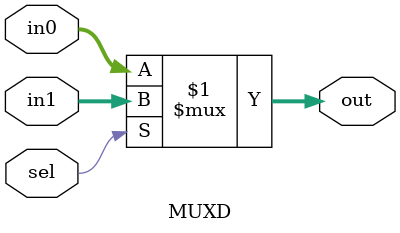
<source format=v>
module MUXD(out, in0, in1, sel);

input sel;
input [31:0]in0, in1;
output [31:0]out;

assign out = sel ? in1 : in0;

endmodule
</source>
